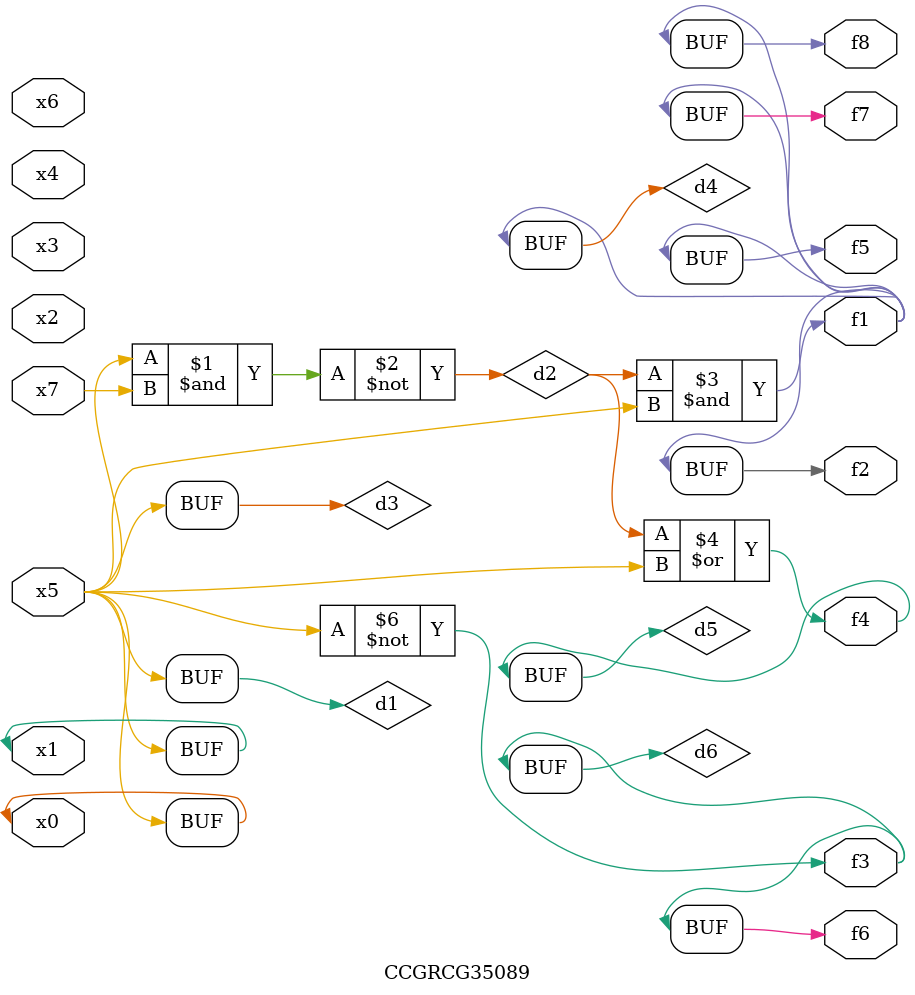
<source format=v>
module CCGRCG35089(
	input x0, x1, x2, x3, x4, x5, x6, x7,
	output f1, f2, f3, f4, f5, f6, f7, f8
);

	wire d1, d2, d3, d4, d5, d6;

	buf (d1, x0, x5);
	nand (d2, x5, x7);
	buf (d3, x0, x1);
	and (d4, d2, d3);
	or (d5, d2, d3);
	nor (d6, d1, d3);
	assign f1 = d4;
	assign f2 = d4;
	assign f3 = d6;
	assign f4 = d5;
	assign f5 = d4;
	assign f6 = d6;
	assign f7 = d4;
	assign f8 = d4;
endmodule

</source>
